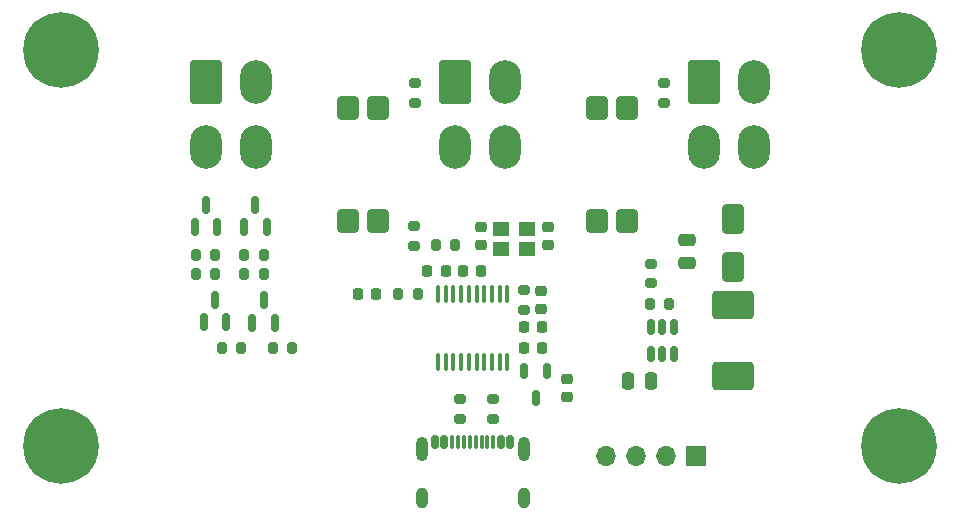
<source format=gbr>
%TF.GenerationSoftware,KiCad,Pcbnew,9.0.5*%
%TF.CreationDate,2025-10-18T20:38:09+09:00*%
%TF.ProjectId,fsk-traffic,66736b2d-7472-4616-9666-69632e6b6963,rev?*%
%TF.SameCoordinates,Original*%
%TF.FileFunction,Soldermask,Top*%
%TF.FilePolarity,Negative*%
%FSLAX46Y46*%
G04 Gerber Fmt 4.6, Leading zero omitted, Abs format (unit mm)*
G04 Created by KiCad (PCBNEW 9.0.5) date 2025-10-18 20:38:09*
%MOMM*%
%LPD*%
G01*
G04 APERTURE LIST*
G04 Aperture macros list*
%AMRoundRect*
0 Rectangle with rounded corners*
0 $1 Rounding radius*
0 $2 $3 $4 $5 $6 $7 $8 $9 X,Y pos of 4 corners*
0 Add a 4 corners polygon primitive as box body*
4,1,4,$2,$3,$4,$5,$6,$7,$8,$9,$2,$3,0*
0 Add four circle primitives for the rounded corners*
1,1,$1+$1,$2,$3*
1,1,$1+$1,$4,$5*
1,1,$1+$1,$6,$7*
1,1,$1+$1,$8,$9*
0 Add four rect primitives between the rounded corners*
20,1,$1+$1,$2,$3,$4,$5,0*
20,1,$1+$1,$4,$5,$6,$7,0*
20,1,$1+$1,$6,$7,$8,$9,0*
20,1,$1+$1,$8,$9,$2,$3,0*%
G04 Aperture macros list end*
%ADD10RoundRect,0.250001X-1.099999X-1.599999X1.099999X-1.599999X1.099999X1.599999X-1.099999X1.599999X0*%
%ADD11O,2.700000X3.700000*%
%ADD12RoundRect,0.225000X-0.225000X-0.250000X0.225000X-0.250000X0.225000X0.250000X-0.225000X0.250000X0*%
%ADD13RoundRect,0.225000X-0.250000X0.225000X-0.250000X-0.225000X0.250000X-0.225000X0.250000X0.225000X0*%
%ADD14RoundRect,0.200000X-0.275000X0.200000X-0.275000X-0.200000X0.275000X-0.200000X0.275000X0.200000X0*%
%ADD15RoundRect,0.150000X0.150000X-0.587500X0.150000X0.587500X-0.150000X0.587500X-0.150000X-0.587500X0*%
%ADD16RoundRect,0.150000X-0.150000X0.512500X-0.150000X-0.512500X0.150000X-0.512500X0.150000X0.512500X0*%
%ADD17RoundRect,0.100000X-0.100000X0.637500X-0.100000X-0.637500X0.100000X-0.637500X0.100000X0.637500X0*%
%ADD18RoundRect,0.200000X-0.200000X-0.275000X0.200000X-0.275000X0.200000X0.275000X-0.200000X0.275000X0*%
%ADD19RoundRect,0.200000X0.200000X0.275000X-0.200000X0.275000X-0.200000X-0.275000X0.200000X-0.275000X0*%
%ADD20RoundRect,0.225000X0.250000X-0.225000X0.250000X0.225000X-0.250000X0.225000X-0.250000X-0.225000X0*%
%ADD21RoundRect,0.250000X0.475000X-0.250000X0.475000X0.250000X-0.475000X0.250000X-0.475000X-0.250000X0*%
%ADD22RoundRect,0.250000X0.250000X0.475000X-0.250000X0.475000X-0.250000X-0.475000X0.250000X-0.475000X0*%
%ADD23RoundRect,0.250000X1.500000X-0.925000X1.500000X0.925000X-1.500000X0.925000X-1.500000X-0.925000X0*%
%ADD24C,0.800000*%
%ADD25C,6.400000*%
%ADD26RoundRect,0.249999X-0.640001X0.750001X-0.640001X-0.750001X0.640001X-0.750001X0.640001X0.750001X0*%
%ADD27R,1.400000X1.200000*%
%ADD28RoundRect,0.250000X-0.650000X1.000000X-0.650000X-1.000000X0.650000X-1.000000X0.650000X1.000000X0*%
%ADD29RoundRect,0.150000X-0.150000X-0.425000X0.150000X-0.425000X0.150000X0.425000X-0.150000X0.425000X0*%
%ADD30RoundRect,0.075000X-0.075000X-0.500000X0.075000X-0.500000X0.075000X0.500000X-0.075000X0.500000X0*%
%ADD31O,1.000000X2.100000*%
%ADD32O,1.000000X1.800000*%
%ADD33R,1.700000X1.700000*%
%ADD34O,1.700000X1.700000*%
%ADD35RoundRect,0.200000X0.275000X-0.200000X0.275000X0.200000X-0.275000X0.200000X-0.275000X-0.200000X0*%
%ADD36RoundRect,0.218750X-0.218750X-0.256250X0.218750X-0.256250X0.218750X0.256250X-0.218750X0.256250X0*%
G04 APERTURE END LIST*
D10*
%TO.C,J5*%
X121000000Y-88600000D03*
D11*
X125200000Y-88600000D03*
X121000000Y-94100000D03*
X125200000Y-94100000D03*
%TD*%
D12*
%TO.C,C9*%
X139750000Y-104650000D03*
X141300000Y-104650000D03*
%TD*%
D13*
%TO.C,C1*%
X149937500Y-100875000D03*
X149937500Y-102425000D03*
%TD*%
D14*
%TO.C,R15*%
X159800000Y-88725000D03*
X159800000Y-90375000D03*
%TD*%
D15*
%TO.C,Q3*%
X120803080Y-108978080D03*
X122703080Y-108978080D03*
X121753080Y-107103080D03*
%TD*%
D14*
%TO.C,R3*%
X142484420Y-115459420D03*
X142484420Y-117109420D03*
%TD*%
D16*
%TO.C,U1*%
X149859420Y-113069420D03*
X147959420Y-113069420D03*
X148909420Y-115344420D03*
%TD*%
D17*
%TO.C,U3*%
X146509420Y-106569420D03*
X145859420Y-106569420D03*
X145209420Y-106569420D03*
X144559420Y-106569420D03*
X143909420Y-106569420D03*
X143259420Y-106569420D03*
X142609420Y-106569420D03*
X141959420Y-106569420D03*
X141309420Y-106569420D03*
X140659420Y-106569420D03*
X140659420Y-112294420D03*
X141309420Y-112294420D03*
X141959420Y-112294420D03*
X142609420Y-112294420D03*
X143259420Y-112294420D03*
X143909420Y-112294420D03*
X144559420Y-112294420D03*
X145209420Y-112294420D03*
X145859420Y-112294420D03*
X146509420Y-112294420D03*
%TD*%
D18*
%TO.C,R13*%
X120125000Y-104850000D03*
X121775000Y-104850000D03*
%TD*%
D19*
%TO.C,R11*%
X121775000Y-103250000D03*
X120125000Y-103250000D03*
%TD*%
D20*
%TO.C,C3*%
X151584420Y-115319420D03*
X151584420Y-113769420D03*
%TD*%
D21*
%TO.C,C2*%
X161695000Y-103915000D03*
X161695000Y-102015000D03*
%TD*%
D22*
%TO.C,C6*%
X158645000Y-113950000D03*
X156745000Y-113950000D03*
%TD*%
D18*
%TO.C,R10*%
X122328080Y-111103080D03*
X123978080Y-111103080D03*
%TD*%
D14*
%TO.C,R16*%
X138700000Y-88725000D03*
X138700000Y-90375000D03*
%TD*%
D18*
%TO.C,R6*%
X124262500Y-103262500D03*
X125912500Y-103262500D03*
%TD*%
D23*
%TO.C,L1*%
X165595000Y-113550000D03*
X165595000Y-107500000D03*
%TD*%
D14*
%TO.C,R4*%
X145284420Y-115459420D03*
X145284420Y-117109420D03*
%TD*%
D12*
%TO.C,C4*%
X147934420Y-111144420D03*
X149484420Y-111144420D03*
%TD*%
D24*
%TO.C,REF\u002A\u002A*%
X108700000Y-83500000D03*
X110397056Y-84202944D03*
X107002944Y-84202944D03*
X111100000Y-85900000D03*
D25*
X108700000Y-85900000D03*
D24*
X106300000Y-85900000D03*
X110397056Y-87597056D03*
X107002944Y-87597056D03*
X108700000Y-88300000D03*
%TD*%
D18*
%TO.C,R14*%
X137275000Y-106550000D03*
X138925000Y-106550000D03*
%TD*%
D16*
%TO.C,U2*%
X160595000Y-109375000D03*
X159645000Y-109375000D03*
X158695000Y-109375000D03*
X158695000Y-111650000D03*
X159645000Y-111650000D03*
X160595000Y-111650000D03*
%TD*%
D18*
%TO.C,R12*%
X124253080Y-104862500D03*
X125903080Y-104862500D03*
%TD*%
D10*
%TO.C,J4*%
X142100000Y-88600000D03*
D11*
X146300000Y-88600000D03*
X142100000Y-94100000D03*
X146300000Y-94100000D03*
%TD*%
D20*
%TO.C,C8*%
X149400000Y-107875000D03*
X149400000Y-106325000D03*
%TD*%
D26*
%TO.C,U4*%
X156670000Y-90835000D03*
X154130000Y-90835000D03*
X154130000Y-100365000D03*
X156670000Y-100365000D03*
%TD*%
D27*
%TO.C,Y1*%
X146000000Y-102750000D03*
X148200000Y-102750000D03*
X148200000Y-101050000D03*
X146000000Y-101050000D03*
%TD*%
D26*
%TO.C,U5*%
X135570000Y-90835000D03*
X133030000Y-90835000D03*
X133030000Y-100365000D03*
X135570000Y-100365000D03*
%TD*%
D10*
%TO.C,J3*%
X163195000Y-88600000D03*
D11*
X167395000Y-88600000D03*
X163195000Y-94100000D03*
X167395000Y-94100000D03*
%TD*%
D28*
%TO.C,D1*%
X165595000Y-100250000D03*
X165595000Y-104250000D03*
%TD*%
D15*
%TO.C,Q2*%
X120050000Y-100875000D03*
X121950000Y-100875000D03*
X121000000Y-99000000D03*
%TD*%
D24*
%TO.C,REF\u002A\u002A*%
X179700000Y-83500000D03*
X181397056Y-84202944D03*
X178002944Y-84202944D03*
X182100000Y-85900000D03*
D25*
X179700000Y-85900000D03*
D24*
X177300000Y-85900000D03*
X181397056Y-87597056D03*
X178002944Y-87597056D03*
X179700000Y-88300000D03*
%TD*%
%TO.C,REF\u002A\u002A*%
X111100000Y-119400000D03*
X110397056Y-121097056D03*
X110397056Y-117702944D03*
X108700000Y-121800000D03*
D25*
X108700000Y-119400000D03*
D24*
X108700000Y-117000000D03*
X107002944Y-121097056D03*
X107002944Y-117702944D03*
X106300000Y-119400000D03*
%TD*%
D29*
%TO.C,J2*%
X140384420Y-119079420D03*
X141184420Y-119079420D03*
D30*
X142334420Y-119079420D03*
X143334420Y-119079420D03*
X143834420Y-119079420D03*
X144834420Y-119079420D03*
D29*
X145984420Y-119079420D03*
X146784420Y-119079420D03*
X146784420Y-119079420D03*
X145984420Y-119079420D03*
D30*
X145334420Y-119079420D03*
X144334420Y-119079420D03*
X142834420Y-119079420D03*
X141834420Y-119079420D03*
D29*
X141184420Y-119079420D03*
X140384420Y-119079420D03*
D31*
X139264420Y-119654420D03*
D32*
X139264420Y-123834420D03*
D31*
X147904420Y-119654420D03*
D32*
X147904420Y-123834420D03*
%TD*%
D33*
%TO.C,J1*%
X162464420Y-120284420D03*
D34*
X159924420Y-120284420D03*
X157384420Y-120284420D03*
X154844420Y-120284420D03*
%TD*%
D15*
%TO.C,Q4*%
X124237500Y-100887500D03*
X126137500Y-100887500D03*
X125187500Y-99012500D03*
%TD*%
D18*
%TO.C,R2*%
X158595000Y-107375000D03*
X160245000Y-107375000D03*
%TD*%
D35*
%TO.C,R9*%
X138650000Y-102475000D03*
X138650000Y-100825000D03*
%TD*%
D19*
%TO.C,R8*%
X142125000Y-102400000D03*
X140475000Y-102400000D03*
%TD*%
D14*
%TO.C,R5*%
X147900000Y-106250000D03*
X147900000Y-107900000D03*
%TD*%
D18*
%TO.C,R7*%
X126665580Y-111115580D03*
X128315580Y-111115580D03*
%TD*%
D15*
%TO.C,Q1*%
X124940580Y-108990580D03*
X126840580Y-108990580D03*
X125890580Y-107115580D03*
%TD*%
D36*
%TO.C,D2*%
X133862500Y-106550000D03*
X135437500Y-106550000D03*
%TD*%
D20*
%TO.C,C5*%
X144250000Y-102425000D03*
X144250000Y-100875000D03*
%TD*%
D14*
%TO.C,R1*%
X158695000Y-104000000D03*
X158695000Y-105650000D03*
%TD*%
D12*
%TO.C,C10*%
X142750000Y-104650000D03*
X144300000Y-104650000D03*
%TD*%
D24*
%TO.C,REF\u002A\u002A*%
X179700000Y-117000000D03*
X181397056Y-117702944D03*
X178002944Y-117702944D03*
X182100000Y-119400000D03*
D25*
X179700000Y-119400000D03*
D24*
X177300000Y-119400000D03*
X181397056Y-121097056D03*
X178002944Y-121097056D03*
X179700000Y-121800000D03*
%TD*%
D12*
%TO.C,C7*%
X147934420Y-109394420D03*
X149484420Y-109394420D03*
%TD*%
M02*

</source>
